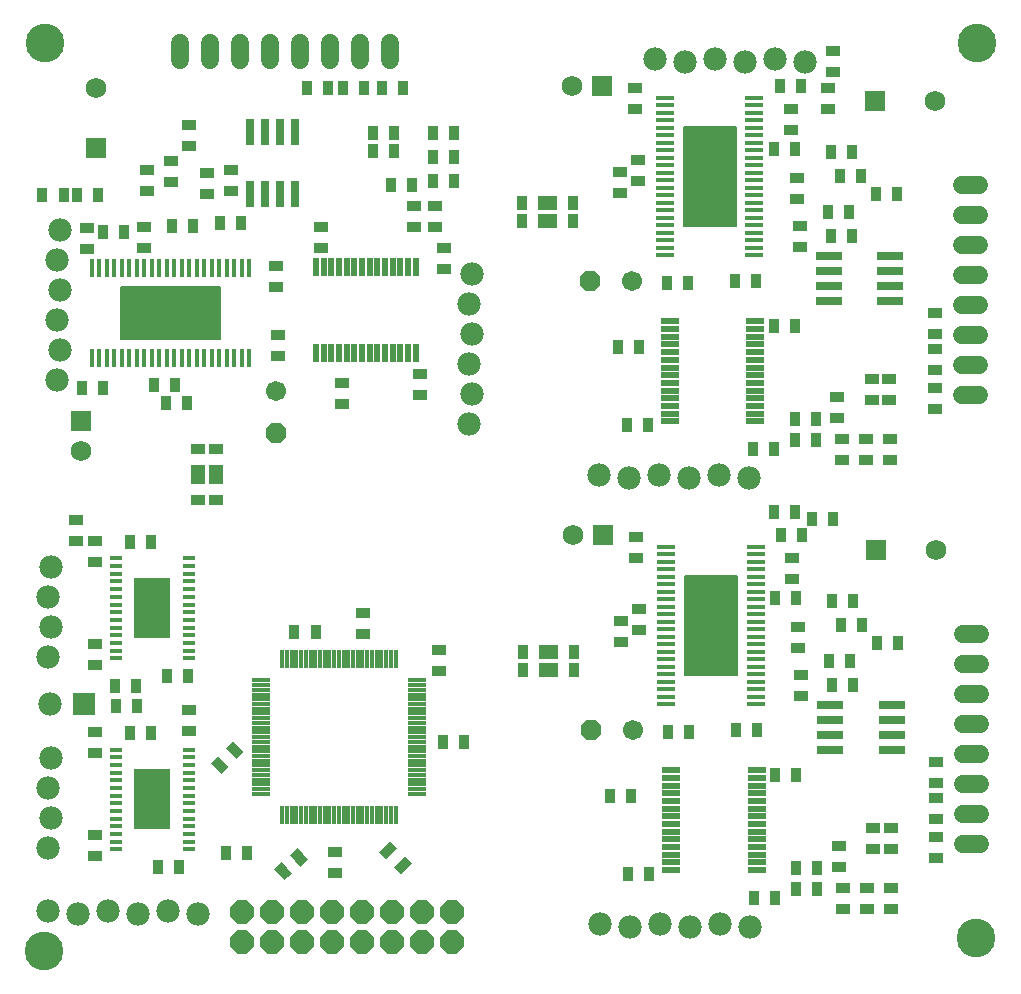
<source format=gts>
G75*
%MOIN*%
%OFA0B0*%
%FSLAX24Y24*%
%IPPOS*%
%LPD*%
%AMOC8*
5,1,8,0,0,1.08239X$1,22.5*
%
%ADD10C,0.1290*%
%ADD11R,0.0620X0.0140*%
%ADD12R,0.1740X0.3290*%
%ADD13C,0.0060*%
%ADD14R,0.0360X0.0360*%
%ADD15R,0.0906X0.0276*%
%ADD16R,0.0631X0.0197*%
%ADD17R,0.0355X0.0512*%
%ADD18C,0.0780*%
%ADD19C,0.0690*%
%ADD20R,0.0690X0.0690*%
%ADD21R,0.0512X0.0355*%
%ADD22C,0.0600*%
%ADD23OC8,0.0670*%
%ADD24C,0.0670*%
%ADD25R,0.0140X0.0620*%
%ADD26R,0.3290X0.1740*%
%ADD27R,0.0276X0.0906*%
%ADD28R,0.0197X0.0631*%
%ADD29R,0.0620X0.0130*%
%ADD30R,0.0130X0.0620*%
%ADD31R,0.0434X0.0178*%
%ADD32R,0.1221X0.2009*%
%ADD33R,0.0780X0.0780*%
%ADD34OC8,0.0780*%
D10*
X001340Y001260D03*
X001390Y031540D03*
X032460Y031510D03*
X032410Y001690D03*
D11*
X025070Y009500D03*
X025070Y009740D03*
X025070Y010000D03*
X025070Y010240D03*
X025070Y010500D03*
X025070Y010740D03*
X025070Y011000D03*
X025070Y011240D03*
X025070Y011500D03*
X025070Y011740D03*
X025070Y012000D03*
X025070Y012240D03*
X025070Y012500D03*
X025070Y012740D03*
X025070Y013000D03*
X025070Y013240D03*
X025070Y013500D03*
X025070Y013740D03*
X025070Y014000D03*
X025070Y014240D03*
X025070Y014500D03*
X025070Y014740D03*
X022090Y014740D03*
X022090Y014500D03*
X022090Y014240D03*
X022090Y014000D03*
X022090Y013740D03*
X022090Y013500D03*
X022090Y013240D03*
X022090Y013000D03*
X022090Y012740D03*
X022090Y012500D03*
X022090Y012240D03*
X022090Y012000D03*
X022090Y011740D03*
X022090Y011500D03*
X022090Y011240D03*
X022090Y011000D03*
X022090Y010740D03*
X022090Y010500D03*
X022090Y010240D03*
X022090Y010000D03*
X022090Y009740D03*
X022090Y009500D03*
X022050Y024460D03*
X022050Y024700D03*
X022050Y024960D03*
X022050Y025200D03*
X022050Y025460D03*
X022050Y025700D03*
X022050Y025960D03*
X022050Y026200D03*
X022050Y026460D03*
X022050Y026700D03*
X022050Y026960D03*
X022050Y027200D03*
X022050Y027460D03*
X022050Y027700D03*
X022050Y027960D03*
X022050Y028200D03*
X022050Y028460D03*
X022050Y028700D03*
X022050Y028960D03*
X022050Y029200D03*
X022050Y029460D03*
X022050Y029700D03*
X025030Y029700D03*
X025030Y029460D03*
X025030Y029200D03*
X025030Y028960D03*
X025030Y028700D03*
X025030Y028460D03*
X025030Y028200D03*
X025030Y027960D03*
X025030Y027700D03*
X025030Y027460D03*
X025030Y027200D03*
X025030Y026960D03*
X025030Y026700D03*
X025030Y026460D03*
X025030Y026200D03*
X025030Y025960D03*
X025030Y025700D03*
X025030Y025460D03*
X025030Y025200D03*
X025030Y024960D03*
X025030Y024700D03*
X025030Y024460D03*
D12*
X023540Y027080D03*
X023580Y012120D03*
D13*
X022710Y012040D02*
X022710Y012200D01*
X024450Y012200D01*
X024450Y012040D01*
X022710Y012040D01*
X022710Y011890D02*
X022710Y011730D01*
X024450Y011730D01*
X024450Y011890D01*
X022710Y011890D01*
X022710Y011580D02*
X022710Y011420D01*
X024450Y011420D01*
X024450Y011580D01*
X022710Y011580D01*
X022710Y011270D02*
X022710Y011110D01*
X024450Y011110D01*
X024450Y011270D01*
X022710Y011270D01*
X022710Y010960D02*
X022710Y010800D01*
X024450Y010800D01*
X024450Y010960D01*
X022710Y010960D01*
X022710Y010650D02*
X022710Y013590D01*
X022710Y013770D01*
X022880Y013770D01*
X022880Y010470D01*
X022710Y010470D01*
X022710Y010650D01*
X024450Y010650D01*
X024450Y013590D01*
X022710Y013590D01*
X022710Y013440D02*
X022710Y013280D01*
X024450Y013280D01*
X024450Y013440D01*
X022710Y013440D01*
X022710Y013130D02*
X022710Y012970D01*
X024450Y012970D01*
X024450Y013130D01*
X022710Y013130D01*
X022710Y012820D02*
X022710Y012660D01*
X024450Y012660D01*
X024450Y012820D01*
X022710Y012820D01*
X022710Y012510D02*
X022710Y012350D01*
X024450Y012350D01*
X024450Y012510D01*
X022710Y012510D01*
X022880Y013770D02*
X023040Y013770D01*
X023040Y010470D01*
X023190Y010470D01*
X023190Y013770D01*
X023350Y013770D01*
X023350Y010470D01*
X023500Y010470D01*
X023500Y013770D01*
X023660Y013770D01*
X023660Y010470D01*
X023810Y010470D01*
X023810Y013770D01*
X023970Y013770D01*
X023970Y010470D01*
X024120Y010470D01*
X024120Y013770D01*
X024280Y013770D01*
X024280Y010470D01*
X024450Y010470D01*
X024450Y010650D01*
X024280Y010470D02*
X024120Y010470D01*
X023970Y010470D02*
X023810Y010470D01*
X023660Y010470D02*
X023500Y010470D01*
X023350Y010470D02*
X023190Y010470D01*
X023040Y010470D02*
X022880Y010470D01*
X024450Y013590D02*
X024450Y013770D01*
X024280Y013770D01*
X024120Y013770D02*
X023970Y013770D01*
X023810Y013770D02*
X023660Y013770D01*
X023500Y013770D02*
X023350Y013770D01*
X023190Y013770D02*
X023040Y013770D01*
X023000Y025430D02*
X022840Y025430D01*
X022670Y025430D01*
X022670Y025610D01*
X022670Y028550D01*
X022670Y028730D01*
X022840Y028730D01*
X022840Y025430D01*
X023000Y025430D02*
X023150Y025430D01*
X023150Y028730D01*
X023310Y028730D01*
X023310Y025430D01*
X023460Y025430D01*
X023460Y028730D01*
X023620Y028730D01*
X023620Y025430D01*
X023770Y025430D01*
X023770Y028730D01*
X023930Y028730D01*
X023930Y025430D01*
X024080Y025430D01*
X024080Y028730D01*
X024240Y028730D01*
X024240Y025430D01*
X024410Y025430D01*
X024410Y025610D01*
X024410Y028550D01*
X022670Y028550D01*
X022670Y028400D02*
X022670Y028240D01*
X024410Y028240D01*
X024410Y028400D01*
X022670Y028400D01*
X022670Y028090D02*
X022670Y027930D01*
X024410Y027930D01*
X024410Y028090D01*
X022670Y028090D01*
X022670Y027780D02*
X022670Y027620D01*
X024410Y027620D01*
X024410Y027780D01*
X022670Y027780D01*
X022670Y027470D02*
X022670Y027310D01*
X024410Y027310D01*
X024410Y027470D01*
X022670Y027470D01*
X022670Y027160D02*
X022670Y027000D01*
X024410Y027000D01*
X024410Y027160D01*
X022670Y027160D01*
X022670Y026850D02*
X022670Y026690D01*
X024410Y026690D01*
X024410Y026850D01*
X022670Y026850D01*
X022670Y026540D02*
X022670Y026380D01*
X024410Y026380D01*
X024410Y026540D01*
X022670Y026540D01*
X022670Y026230D02*
X022670Y026070D01*
X024410Y026070D01*
X024410Y026230D01*
X022670Y026230D01*
X022670Y025920D02*
X022670Y025760D01*
X024410Y025760D01*
X024410Y025920D01*
X022670Y025920D01*
X022670Y025610D02*
X024410Y025610D01*
X024240Y025430D02*
X024080Y025430D01*
X023930Y025430D02*
X023770Y025430D01*
X023620Y025430D02*
X023460Y025430D01*
X023310Y025430D02*
X023150Y025430D01*
X023000Y025430D02*
X023000Y028730D01*
X023150Y028730D01*
X023000Y028730D02*
X022840Y028730D01*
X023310Y028730D02*
X023460Y028730D01*
X023620Y028730D02*
X023770Y028730D01*
X023930Y028730D02*
X024080Y028730D01*
X024240Y028730D02*
X024410Y028730D01*
X024410Y028550D01*
X007230Y023400D02*
X007230Y023230D01*
X003930Y023230D01*
X003930Y023400D01*
X004110Y023400D01*
X007050Y023400D01*
X007230Y023400D01*
X007230Y023230D02*
X007230Y023070D01*
X003930Y023070D01*
X003930Y023230D01*
X003930Y023070D02*
X003930Y022920D01*
X007230Y022920D01*
X007230Y023070D01*
X007230Y022920D02*
X007230Y022760D01*
X003930Y022760D01*
X003930Y022920D01*
X003930Y022760D02*
X003930Y022610D01*
X007230Y022610D01*
X007230Y022760D01*
X007230Y022610D02*
X007230Y022450D01*
X003930Y022450D01*
X003930Y022610D01*
X003930Y022450D02*
X003930Y022300D01*
X007230Y022300D01*
X007230Y022450D01*
X007230Y022300D02*
X007230Y022140D01*
X003930Y022140D01*
X003930Y022300D01*
X003930Y022140D02*
X003930Y021990D01*
X007230Y021990D01*
X007230Y022140D01*
X007230Y021990D02*
X007230Y021830D01*
X007230Y021660D01*
X007050Y021660D01*
X004110Y021660D01*
X003930Y021660D01*
X003930Y021830D01*
X007230Y021830D01*
X007050Y021660D02*
X007050Y023400D01*
X006900Y023400D02*
X006900Y021660D01*
X006740Y021660D01*
X006740Y023400D01*
X006900Y023400D01*
X006590Y023400D02*
X006590Y021660D01*
X006430Y021660D01*
X006430Y023400D01*
X006590Y023400D01*
X006280Y023400D02*
X006280Y021660D01*
X006120Y021660D01*
X006120Y023400D01*
X006280Y023400D01*
X005970Y023400D02*
X005970Y021660D01*
X005810Y021660D01*
X005810Y023400D01*
X005970Y023400D01*
X005660Y023400D02*
X005660Y021660D01*
X005500Y021660D01*
X005500Y023400D01*
X005660Y023400D01*
X005350Y023400D02*
X005350Y021660D01*
X005190Y021660D01*
X005190Y023400D01*
X005350Y023400D01*
X005040Y023400D02*
X005040Y021660D01*
X004880Y021660D01*
X004880Y023400D01*
X005040Y023400D01*
X004730Y023400D02*
X004730Y021660D01*
X004570Y021660D01*
X004570Y023400D01*
X004730Y023400D01*
X004420Y023400D02*
X004420Y021660D01*
X004260Y021660D01*
X004260Y023400D01*
X004420Y023400D01*
X004110Y023400D02*
X004110Y021660D01*
X003930Y021830D02*
X003930Y021990D01*
D14*
X004180Y021930D03*
X004180Y022330D03*
X004180Y022730D03*
X004180Y023130D03*
X004580Y023130D03*
X004580Y022730D03*
X004580Y022330D03*
X004580Y021930D03*
X004980Y021930D03*
X004980Y022330D03*
X004980Y022730D03*
X004980Y023130D03*
X005380Y023130D03*
X005380Y022730D03*
X005380Y022330D03*
X005380Y021930D03*
X005780Y021930D03*
X005780Y022330D03*
X005780Y022730D03*
X005780Y023130D03*
X006180Y023130D03*
X006180Y022730D03*
X006180Y022330D03*
X006180Y021930D03*
X006580Y021930D03*
X006580Y022330D03*
X006580Y022730D03*
X006580Y023130D03*
X006980Y023130D03*
X006980Y022730D03*
X006980Y022330D03*
X006980Y021930D03*
X005360Y013480D03*
X005360Y013080D03*
X004960Y013080D03*
X004960Y013480D03*
X004560Y013480D03*
X004560Y013080D03*
X004560Y012680D03*
X004560Y012280D03*
X004560Y011880D03*
X004960Y011880D03*
X004960Y012280D03*
X004960Y012680D03*
X005360Y012680D03*
X005360Y012280D03*
X005360Y011880D03*
X005360Y007110D03*
X005360Y006710D03*
X005360Y006310D03*
X005360Y005910D03*
X004960Y005910D03*
X004960Y006310D03*
X004960Y006710D03*
X004960Y007110D03*
X004560Y007110D03*
X004560Y006710D03*
X004560Y006310D03*
X004560Y005910D03*
X004560Y005510D03*
X004960Y005510D03*
X005360Y005510D03*
X022980Y010720D03*
X023380Y010720D03*
X023780Y010720D03*
X024180Y010720D03*
X024180Y011120D03*
X024180Y011520D03*
X024180Y011920D03*
X024180Y012320D03*
X024180Y012720D03*
X023780Y012720D03*
X023780Y012320D03*
X023780Y011920D03*
X023780Y011520D03*
X023780Y011120D03*
X023380Y011120D03*
X023380Y011520D03*
X023380Y011920D03*
X023380Y012320D03*
X023380Y012720D03*
X022980Y012720D03*
X022980Y012320D03*
X022980Y011920D03*
X022980Y011520D03*
X022980Y011120D03*
X022980Y013120D03*
X022980Y013520D03*
X023380Y013520D03*
X023380Y013120D03*
X023780Y013120D03*
X023780Y013520D03*
X024180Y013520D03*
X024180Y013120D03*
X024140Y025680D03*
X024140Y026080D03*
X023740Y026080D03*
X023740Y025680D03*
X023340Y025680D03*
X023340Y026080D03*
X022940Y026080D03*
X022940Y025680D03*
X022940Y026480D03*
X022940Y026880D03*
X022940Y027280D03*
X022940Y027680D03*
X022940Y028080D03*
X023340Y028080D03*
X023340Y027680D03*
X023340Y027280D03*
X023340Y026880D03*
X023340Y026480D03*
X023740Y026480D03*
X023740Y026880D03*
X023740Y027280D03*
X023740Y027680D03*
X023740Y028080D03*
X024140Y028080D03*
X024140Y027680D03*
X024140Y027280D03*
X024140Y026880D03*
X024140Y026480D03*
X024140Y028480D03*
X023740Y028480D03*
X023340Y028480D03*
X022940Y028480D03*
D15*
X027516Y024430D03*
X027516Y023930D03*
X027516Y023430D03*
X027516Y022930D03*
X029564Y022930D03*
X029564Y023430D03*
X029564Y023930D03*
X029564Y024430D03*
X029604Y009470D03*
X029604Y008970D03*
X029604Y008470D03*
X029604Y007970D03*
X027556Y007970D03*
X027556Y008470D03*
X027556Y008970D03*
X027556Y009470D03*
D16*
X025107Y007283D03*
X025107Y007027D03*
X025107Y006772D03*
X025107Y006516D03*
X025107Y006260D03*
X025107Y006004D03*
X025107Y005748D03*
X025107Y005492D03*
X025107Y005236D03*
X025107Y004980D03*
X025107Y004724D03*
X025107Y004468D03*
X025107Y004213D03*
X025107Y003957D03*
X022253Y003957D03*
X022253Y004213D03*
X022253Y004468D03*
X022253Y004724D03*
X022253Y004980D03*
X022253Y005236D03*
X022253Y005492D03*
X022253Y005748D03*
X022253Y006004D03*
X022253Y006260D03*
X022253Y006516D03*
X022253Y006772D03*
X022253Y007027D03*
X022253Y007283D03*
X022213Y018917D03*
X022213Y019173D03*
X022213Y019428D03*
X022213Y019684D03*
X022213Y019940D03*
X022213Y020196D03*
X022213Y020452D03*
X022213Y020708D03*
X022213Y020964D03*
X022213Y021220D03*
X022213Y021476D03*
X022213Y021732D03*
X022213Y021987D03*
X022213Y022243D03*
X025067Y022243D03*
X025067Y021987D03*
X025067Y021732D03*
X025067Y021476D03*
X025067Y021220D03*
X025067Y020964D03*
X025067Y020708D03*
X025067Y020452D03*
X025067Y020196D03*
X025067Y019940D03*
X025067Y019684D03*
X025067Y019428D03*
X025067Y019173D03*
X025067Y018917D03*
D17*
X024986Y017980D03*
X025694Y017980D03*
X026386Y018280D03*
X027094Y018280D03*
X027094Y018980D03*
X026386Y018980D03*
X026394Y022080D03*
X025686Y022080D03*
X025094Y023580D03*
X024386Y023580D03*
X022814Y023520D03*
X022106Y023520D03*
X021194Y021380D03*
X020486Y021380D03*
X020786Y018780D03*
X021494Y018780D03*
X025676Y015900D03*
X026384Y015900D03*
X026956Y015660D03*
X026634Y015120D03*
X025926Y015120D03*
X027664Y015660D03*
X027626Y012920D03*
X027926Y012120D03*
X028634Y012120D03*
X029126Y011520D03*
X029834Y011520D03*
X028334Y012920D03*
X026434Y013020D03*
X025726Y013020D03*
X027526Y010920D03*
X028234Y010920D03*
X028334Y010120D03*
X027626Y010120D03*
X025134Y008620D03*
X024426Y008620D03*
X022854Y008560D03*
X022146Y008560D03*
X020924Y006410D03*
X020216Y006410D03*
X020826Y003820D03*
X021534Y003820D03*
X025026Y003020D03*
X025734Y003020D03*
X026426Y003320D03*
X026426Y004020D03*
X027134Y004020D03*
X027134Y003320D03*
X026434Y007120D03*
X025726Y007120D03*
X019034Y010620D03*
X019034Y011220D03*
X018326Y011220D03*
X018034Y011220D03*
X018034Y010620D03*
X018326Y010620D03*
X017326Y010620D03*
X017326Y011220D03*
X015344Y008220D03*
X014636Y008220D03*
G36*
X012759Y004323D02*
X012508Y004574D01*
X012869Y004935D01*
X013120Y004684D01*
X012759Y004323D01*
G37*
G36*
X013260Y003822D02*
X013009Y004073D01*
X013370Y004434D01*
X013621Y004183D01*
X013260Y003822D01*
G37*
G36*
X009562Y004462D02*
X009834Y004689D01*
X010162Y004298D01*
X009890Y004071D01*
X009562Y004462D01*
G37*
G36*
X009020Y004006D02*
X009292Y004233D01*
X009620Y003842D01*
X009348Y003615D01*
X009020Y004006D01*
G37*
X008134Y004520D03*
X007426Y004520D03*
X005844Y004070D03*
X005136Y004070D03*
G36*
X006902Y007512D02*
X007153Y007763D01*
X007514Y007402D01*
X007263Y007151D01*
X006902Y007512D01*
G37*
G36*
X007403Y008013D02*
X007654Y008264D01*
X008015Y007903D01*
X007764Y007652D01*
X007403Y008013D01*
G37*
X004934Y008520D03*
X004226Y008520D03*
X004454Y009410D03*
X004434Y010080D03*
X003726Y010080D03*
X003746Y009410D03*
X005446Y010420D03*
X006154Y010420D03*
X009696Y011890D03*
X010404Y011890D03*
X004934Y014890D03*
X004226Y014890D03*
X005426Y019530D03*
X005734Y020130D03*
X006134Y019530D03*
X005026Y020130D03*
X003334Y020030D03*
X002626Y020030D03*
X003326Y025230D03*
X004034Y025230D03*
X003144Y026450D03*
X002436Y026450D03*
X002004Y026450D03*
X001296Y026450D03*
X005626Y025430D03*
X006334Y025430D03*
X007226Y025530D03*
X007934Y025530D03*
X012326Y027930D03*
X012326Y028520D03*
X013034Y028520D03*
X013034Y027930D03*
X012926Y026790D03*
X013634Y026790D03*
X014326Y026930D03*
X015034Y026930D03*
X015034Y027730D03*
X014326Y027730D03*
X014326Y028530D03*
X015034Y028530D03*
X013334Y030030D03*
X012626Y030030D03*
X012034Y030030D03*
X011326Y030030D03*
X010834Y030030D03*
X010126Y030030D03*
X017286Y026180D03*
X017286Y025580D03*
X017994Y025580D03*
X018286Y025580D03*
X018286Y026180D03*
X017994Y026180D03*
X018994Y026180D03*
X018994Y025580D03*
X025686Y027980D03*
X026394Y027980D03*
X027586Y027880D03*
X028294Y027880D03*
X028594Y027080D03*
X027886Y027080D03*
X028194Y025880D03*
X027486Y025880D03*
X027586Y025080D03*
X028294Y025080D03*
X029086Y026480D03*
X029794Y026480D03*
X026594Y030080D03*
X025886Y030080D03*
D18*
X025730Y030980D03*
X024730Y030880D03*
X023730Y030980D03*
X022730Y030880D03*
X021730Y030980D03*
X026730Y030880D03*
X015630Y023830D03*
X015530Y022830D03*
X015630Y021830D03*
X015530Y020830D03*
X015630Y019830D03*
X015530Y018830D03*
X019840Y017130D03*
X020840Y017030D03*
X021840Y017130D03*
X022840Y017030D03*
X023840Y017130D03*
X024840Y017030D03*
X023880Y002170D03*
X022880Y002070D03*
X021880Y002170D03*
X020880Y002070D03*
X019880Y002170D03*
X024880Y002070D03*
X006470Y002480D03*
X005470Y002580D03*
X004470Y002480D03*
X003470Y002580D03*
X002470Y002480D03*
X001470Y002580D03*
X001470Y004700D03*
X001570Y005700D03*
X001470Y006700D03*
X001570Y007700D03*
X001560Y009490D03*
X001470Y011070D03*
X001570Y012070D03*
X001470Y013070D03*
X001570Y014070D03*
X001770Y020280D03*
X001870Y021280D03*
X001770Y022280D03*
X001870Y023280D03*
X001770Y024280D03*
X001870Y025280D03*
D19*
X003080Y030030D03*
X002580Y017930D03*
X018980Y015120D03*
X031080Y014620D03*
X031040Y029580D03*
X018940Y030080D03*
D20*
X019940Y030080D03*
X029040Y029580D03*
X019980Y015120D03*
X029080Y014620D03*
X003080Y028030D03*
X002580Y018930D03*
D21*
X002430Y015634D03*
X002430Y014926D03*
X003040Y014924D03*
X003040Y014216D03*
X003050Y011494D03*
X003050Y010786D03*
X003040Y008554D03*
X003040Y007846D03*
X003050Y005124D03*
X003050Y004416D03*
X006180Y008596D03*
X006180Y009304D03*
X011050Y004554D03*
X011050Y003846D03*
X014520Y010576D03*
X014520Y011284D03*
X012000Y011826D03*
X012000Y012534D03*
X007080Y016276D03*
X006480Y016276D03*
X006480Y016984D03*
X006480Y017276D03*
X007080Y017276D03*
X007080Y016984D03*
X007080Y017984D03*
X006480Y017984D03*
X009140Y021096D03*
X009140Y021804D03*
X009080Y023376D03*
X009080Y024084D03*
X010580Y024676D03*
X010580Y025384D03*
X013680Y025376D03*
X014380Y025376D03*
X014380Y026084D03*
X013680Y026084D03*
X014680Y024684D03*
X014680Y023976D03*
X013880Y020484D03*
X013880Y019776D03*
X011280Y019476D03*
X011280Y020184D03*
X006780Y026476D03*
X007580Y026576D03*
X007580Y027284D03*
X006780Y027184D03*
X006180Y028076D03*
X005580Y027584D03*
X005580Y026876D03*
X004780Y026576D03*
X004780Y027284D03*
X006180Y028784D03*
X004680Y025384D03*
X004680Y024676D03*
X002780Y024646D03*
X002780Y025354D03*
X020540Y026526D03*
X020540Y027234D03*
X021140Y026926D03*
X021140Y027634D03*
X021040Y029326D03*
X021040Y030034D03*
X026240Y029334D03*
X026240Y028626D03*
X027490Y029326D03*
X027490Y030034D03*
X027650Y030566D03*
X027650Y031274D03*
X026440Y027034D03*
X026440Y026326D03*
X026540Y025434D03*
X026540Y024726D03*
X028940Y020334D03*
X029530Y020334D03*
X029530Y019626D03*
X028940Y019626D03*
X027800Y019734D03*
X027800Y019026D03*
X027940Y018334D03*
X027940Y017626D03*
X028740Y017626D03*
X029540Y017626D03*
X029540Y018334D03*
X028740Y018334D03*
X031040Y019326D03*
X031040Y020034D03*
X031040Y020626D03*
X031040Y021334D03*
X031040Y021826D03*
X031040Y022534D03*
X026280Y014374D03*
X026280Y013666D03*
X026480Y012074D03*
X026480Y011366D03*
X026580Y010474D03*
X026580Y009766D03*
X028980Y005374D03*
X029570Y005374D03*
X029570Y004666D03*
X028980Y004666D03*
X027840Y004774D03*
X027840Y004066D03*
X027980Y003374D03*
X027980Y002666D03*
X028780Y002666D03*
X028780Y003374D03*
X029580Y003374D03*
X029580Y002666D03*
X031080Y004366D03*
X031080Y005074D03*
X031080Y005666D03*
X031080Y006374D03*
X031080Y006866D03*
X031080Y007574D03*
X021180Y011966D03*
X020580Y012274D03*
X021180Y012674D03*
X020580Y011566D03*
X021080Y014366D03*
X021080Y015074D03*
D22*
X032000Y011820D02*
X032560Y011820D01*
X032560Y010820D02*
X032000Y010820D01*
X032000Y009820D02*
X032560Y009820D01*
X032560Y008820D02*
X032000Y008820D01*
X032000Y007820D02*
X032560Y007820D01*
X032560Y006820D02*
X032000Y006820D01*
X032000Y005820D02*
X032560Y005820D01*
X032560Y004820D02*
X032000Y004820D01*
X031960Y019780D02*
X032520Y019780D01*
X032520Y020780D02*
X031960Y020780D01*
X031960Y021780D02*
X032520Y021780D01*
X032520Y022780D02*
X031960Y022780D01*
X031960Y023780D02*
X032520Y023780D01*
X032520Y024780D02*
X031960Y024780D01*
X031960Y025780D02*
X032520Y025780D01*
X032520Y026780D02*
X031960Y026780D01*
X012880Y030950D02*
X012880Y031510D01*
X011880Y031510D02*
X011880Y030950D01*
X010880Y030950D02*
X010880Y031510D01*
X009880Y031510D02*
X009880Y030950D01*
X008880Y030950D02*
X008880Y031510D01*
X007880Y031510D02*
X007880Y030950D01*
X006880Y030950D02*
X006880Y031510D01*
X005880Y031510D02*
X005880Y030950D01*
D23*
X009080Y018530D03*
X019540Y023580D03*
X019580Y008620D03*
D24*
X020980Y008620D03*
X009080Y019930D03*
X020940Y023580D03*
D25*
X008200Y024020D03*
X007960Y024020D03*
X007700Y024020D03*
X007460Y024020D03*
X007200Y024020D03*
X006960Y024020D03*
X006700Y024020D03*
X006460Y024020D03*
X006200Y024020D03*
X005960Y024020D03*
X005700Y024020D03*
X005460Y024020D03*
X005200Y024020D03*
X004960Y024020D03*
X004700Y024020D03*
X004460Y024020D03*
X004200Y024020D03*
X003960Y024020D03*
X003700Y024020D03*
X003460Y024020D03*
X003200Y024020D03*
X002960Y024020D03*
X002960Y021040D03*
X003200Y021040D03*
X003460Y021040D03*
X003700Y021040D03*
X003960Y021040D03*
X004200Y021040D03*
X004460Y021040D03*
X004700Y021040D03*
X004960Y021040D03*
X005200Y021040D03*
X005460Y021040D03*
X005700Y021040D03*
X005960Y021040D03*
X006200Y021040D03*
X006460Y021040D03*
X006700Y021040D03*
X006960Y021040D03*
X007200Y021040D03*
X007460Y021040D03*
X007700Y021040D03*
X007960Y021040D03*
X008200Y021040D03*
D26*
X005580Y022530D03*
D27*
X008230Y026506D03*
X008730Y026506D03*
X009230Y026506D03*
X009730Y026506D03*
X009730Y028554D03*
X009230Y028554D03*
X008730Y028554D03*
X008230Y028554D03*
D28*
X010417Y024057D03*
X010673Y024057D03*
X010928Y024057D03*
X011184Y024057D03*
X011440Y024057D03*
X011696Y024057D03*
X011952Y024057D03*
X012208Y024057D03*
X012464Y024057D03*
X012720Y024057D03*
X012976Y024057D03*
X013232Y024057D03*
X013487Y024057D03*
X013743Y024057D03*
X013743Y021203D03*
X013487Y021203D03*
X013232Y021203D03*
X012976Y021203D03*
X012720Y021203D03*
X012464Y021203D03*
X012208Y021203D03*
X011952Y021203D03*
X011696Y021203D03*
X011440Y021203D03*
X011184Y021203D03*
X010928Y021203D03*
X010673Y021203D03*
X010417Y021203D03*
D29*
X008575Y010280D03*
X008575Y010122D03*
X008575Y009965D03*
X008575Y009807D03*
X008575Y009650D03*
X008575Y009492D03*
X008575Y009335D03*
X008575Y009177D03*
X008575Y009020D03*
X008575Y008862D03*
X008575Y008705D03*
X008575Y008547D03*
X008575Y008390D03*
X008575Y008233D03*
X008575Y008075D03*
X008575Y007918D03*
X008575Y007760D03*
X008575Y007603D03*
X008575Y007445D03*
X008575Y007288D03*
X008575Y007130D03*
X008575Y006973D03*
X008575Y006815D03*
X008575Y006658D03*
X008575Y006500D03*
X013785Y006500D03*
X013785Y006658D03*
X013785Y006815D03*
X013785Y006973D03*
X013785Y007130D03*
X013785Y007288D03*
X013785Y007445D03*
X013785Y007603D03*
X013785Y007760D03*
X013785Y007918D03*
X013785Y008075D03*
X013785Y008233D03*
X013785Y008390D03*
X013785Y008547D03*
X013785Y008705D03*
X013785Y008862D03*
X013785Y009020D03*
X013785Y009177D03*
X013785Y009335D03*
X013785Y009492D03*
X013785Y009650D03*
X013785Y009807D03*
X013785Y009965D03*
X013785Y010122D03*
X013785Y010280D03*
D30*
X013070Y010995D03*
X012912Y010995D03*
X012755Y010995D03*
X012597Y010995D03*
X012440Y010995D03*
X012282Y010995D03*
X012125Y010995D03*
X011967Y010995D03*
X011810Y010995D03*
X011652Y010995D03*
X011495Y010995D03*
X011337Y010995D03*
X011180Y010995D03*
X011023Y010995D03*
X010865Y010995D03*
X010708Y010995D03*
X010550Y010995D03*
X010393Y010995D03*
X010235Y010995D03*
X010078Y010995D03*
X009920Y010995D03*
X009763Y010995D03*
X009605Y010995D03*
X009448Y010995D03*
X009290Y010995D03*
X009290Y005785D03*
X009448Y005785D03*
X009605Y005785D03*
X009763Y005785D03*
X009920Y005785D03*
X010078Y005785D03*
X010235Y005785D03*
X010393Y005785D03*
X010550Y005785D03*
X010708Y005785D03*
X010865Y005785D03*
X011023Y005785D03*
X011180Y005785D03*
X011337Y005785D03*
X011495Y005785D03*
X011652Y005785D03*
X011810Y005785D03*
X011967Y005785D03*
X012125Y005785D03*
X012282Y005785D03*
X012440Y005785D03*
X012597Y005785D03*
X012755Y005785D03*
X012912Y005785D03*
X013070Y005785D03*
D31*
X006176Y005670D03*
X006176Y005414D03*
X006176Y005158D03*
X006176Y004903D03*
X006176Y004647D03*
X006176Y005926D03*
X006176Y006182D03*
X006176Y006438D03*
X006176Y006694D03*
X006176Y006950D03*
X006176Y007206D03*
X006176Y007462D03*
X006176Y007717D03*
X006176Y007973D03*
X003744Y007973D03*
X003744Y007717D03*
X003744Y007462D03*
X003744Y007206D03*
X003744Y006950D03*
X003744Y006694D03*
X003744Y006438D03*
X003744Y006182D03*
X003744Y005926D03*
X003744Y005670D03*
X003744Y005414D03*
X003744Y005158D03*
X003744Y004903D03*
X003744Y004647D03*
X003744Y011017D03*
X003744Y011273D03*
X003744Y011528D03*
X003744Y011784D03*
X003744Y012040D03*
X003744Y012296D03*
X003744Y012552D03*
X003744Y012808D03*
X003744Y013064D03*
X003744Y013320D03*
X003744Y013576D03*
X003744Y013832D03*
X003744Y014087D03*
X003744Y014343D03*
X006176Y014343D03*
X006176Y014087D03*
X006176Y013832D03*
X006176Y013576D03*
X006176Y013320D03*
X006176Y013064D03*
X006176Y012808D03*
X006176Y012552D03*
X006176Y012296D03*
X006176Y012040D03*
X006176Y011784D03*
X006176Y011528D03*
X006176Y011273D03*
X006176Y011017D03*
D32*
X004960Y012680D03*
X004960Y006310D03*
D33*
X002700Y009490D03*
D34*
X007940Y002550D03*
X007940Y001550D03*
X008940Y001550D03*
X008940Y002550D03*
X009940Y002550D03*
X009940Y001550D03*
X010940Y001550D03*
X010940Y002550D03*
X011940Y002550D03*
X011940Y001550D03*
X012940Y001550D03*
X012940Y002550D03*
X013940Y002550D03*
X013940Y001550D03*
X014940Y001550D03*
X014940Y002550D03*
M02*

</source>
